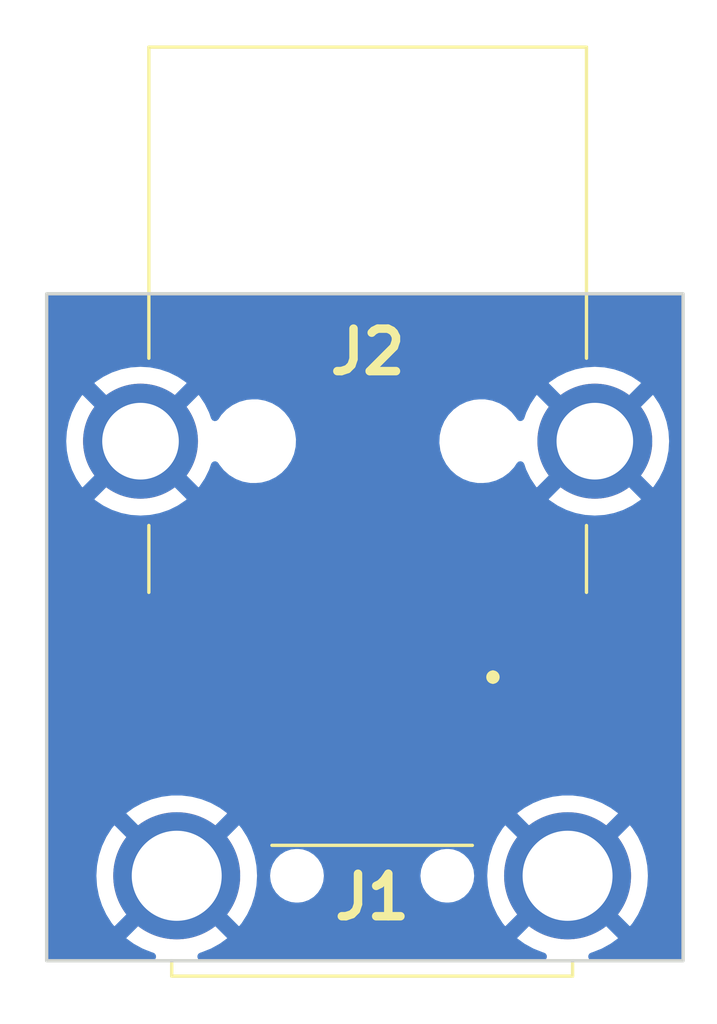
<source format=kicad_pcb>
(kicad_pcb (version 20221018) (generator pcbnew)
  (layers (0 "F.Cu" signal) (31 "B.Cu" signal) (34 "B.Paste" user) (35 "F.Paste" user) (36 "B.SilkS" user "B.Silkscreen") (37 "F.SilkS" user "F.Silkscreen") (38 "B.Mask" user) (39 "F.Mask" user) (44 "Edge.Cuts" user))
  (net 0 "")
  (net 1 "/A1")
  (net 2 "/A2")
  (net 3 "/A3")
  (net 4 "/A4")
  (net 5 "/A5")
  (net 6 "/A6")
  (net 7 "/A7")
  (net 8 "/A8")
  (net 9 "/A9")
  (net 10 "/GND")
  (footprint "mouser:692122030100" (layer "F.Cu") (at 157.818 98.641 180)
    (fp_text reference "J2" (at 0 2.669) (layer "F.SilkS") (effects (font (size 1.27 1.27) (thickness 0.254))))
    (fp_text value "692122030100" hide)
    (fp_line (start -6.55 -4.52) (end -6.55 -2.52) (stroke (width 0.1)) (layer "F.SilkS"))
    (fp_line (start -6.55 2.479) (end -6.55 11.78) (stroke (width 0.1)) (layer "F.SilkS"))
    (fp_line (start -6.55 11.78) (end 6.55 11.78) (stroke (width 0.1)) (layer "F.SilkS"))
    (fp_line (start -3.75 -7.153) (end -3.75 -7.153) (stroke (width 0.2)) (layer "F.SilkS"))
    (fp_line (start -3.75 -6.953) (end -3.75 -6.953) (stroke (width 0.2)) (layer "F.SilkS"))
    (fp_line (start 6.55 -4.52) (end 6.55 -2.52) (stroke (width 0.1)) (layer "F.SilkS"))
    (fp_line (start 6.55 11.78) (end 6.55 2.479) (stroke (width 0.1)) (layer "F.SilkS"))
    (fp_arc (start -3.75 -7.153) (mid -3.65 -7.053) (end -3.75 -6.953) (stroke (width 0.2)) (layer "F.SilkS"))
    (fp_arc (start -3.75 -6.953) (mid -3.85 -7.053) (end -3.75 -7.153) (stroke (width 0.2)) (layer "F.SilkS"))
    (pad "" np_thru_hole circle (at -3.4 0 180) (size 0.001 0.001) (drill 2) (layers "*.Cu" "*.Mask"))
    (pad "" np_thru_hole circle (at 3.4 0 180) (size 0.001 0.001) (drill 2) (layers "*.Cu" "*.Mask"))
    (pad "1" smd rect (at -3.75 -5.22 180) (size 0.9 2.6) (layers "F.Cu" "F.Paste" "F.Mask") (net 1 "/A1"))
    (pad "2" smd rect (at -1.25 -5.22 180) (size 0.9 2.6) (layers "F.Cu" "F.Paste" "F.Mask") (net 2 "/A2"))
    (pad "3" smd rect (at 1.25 -5.22 180) (size 0.9 2.6) (layers "F.Cu" "F.Paste" "F.Mask") (net 3 "/A3"))
    (pad "4" smd rect (at 3.75 -5.22 180) (size 0.9 2.6) (layers "F.Cu" "F.Paste" "F.Mask") (net 4 "/A4"))
    (pad "5" smd rect (at 5 -5.445 180) (size 0.9 2.15) (layers "F.Cu" "F.Paste" "F.Mask") (net 5 "/A5"))
    (pad "6" smd rect (at 2.5 -5.445 180) (size 0.9 2.15) (layers "F.Cu" "F.Paste" "F.Mask") (net 6 "/A6"))
    (pad "7" smd rect (at 0 -5.445 180) (size 0.9 2.15) (layers "F.Cu" "F.Paste" "F.Mask") (net 7 "/A7"))
    (pad "8" smd rect (at -2.5 -5.445 180) (size 0.9 2.15) (layers "F.Cu" "F.Paste" "F.Mask") (net 8 "/A8"))
    (pad "9" smd rect (at -5 -5.445 180) (size 0.9 2.15) (layers "F.Cu" "F.Paste" "F.Mask") (net 9 "/A9"))
    (pad "MH1" thru_hole circle (at -6.8 0 180) (size 3.438 3.438) (drill 2.2922) (layers "*.Cu" "*.Mask") (net 10 "/GND"))
    (pad "MH2" thru_hole circle (at 6.8 0 180) (size 3.438 3.438) (drill 2.2922) (layers "*.Cu" "*.Mask") (net 10 "/GND"))
  )
  (footprint "mouser:692112030100-fixed" (layer "F.Cu") (at 157.952 111.458)
    (fp_text reference "J1" (at 0 0.81) (layer "F.SilkS") (effects (font (size 1.27 1.27) (thickness 0.254))))
    (fp_text value "692112030100" hide)
    (fp_line (start -6 2.715) (end -6 3.175) (stroke (width 0.1)) (layer "F.SilkS"))
    (fp_line (start -6 3.175) (end 6 3.175) (stroke (width 0.1)) (layer "F.SilkS"))
    (fp_line (start -3 -0.735) (end 3 -0.735) (stroke (width 0.1)) (layer "F.SilkS"))
    (fp_line (start 6 3.175) (end 6 2.715) (stroke (width 0.1)) (layer "F.SilkS"))
    (pad "" np_thru_hole circle (at -2.25 0.175) (size 0.001 0.001) (drill 1.1) (layers "*.Cu" "*.Mask"))
    (pad "" np_thru_hole circle (at 2.25 0.175) (size 0.001 0.001) (drill 1.1) (layers "*.Cu" "*.Mask"))
    (pad "1" smd rect (at 3 -2.275) (size 0.7 1.8) (layers "F.Cu" "F.Paste" "F.Mask") (net 1 "/A1"))
    (pad "2" smd rect (at 1 -2.275) (size 0.7 1.8) (layers "F.Cu" "F.Paste" "F.Mask") (net 2 "/A2"))
    (pad "3" smd rect (at -1 -2.275) (size 0.7 1.8) (layers "F.Cu" "F.Paste" "F.Mask") (net 3 "/A3"))
    (pad "4" smd rect (at -3 -2.275) (size 0.7 1.8) (layers "F.Cu" "F.Paste" "F.Mask") (net 4 "/A4"))
    (pad "5" smd rect (at -4 -2.275) (size 0.7 1.8) (layers "F.Cu" "F.Paste" "F.Mask") (net 5 "/A5"))
    (pad "6" smd rect (at -2 -2.275) (size 0.7 1.8) (layers "F.Cu" "F.Paste" "F.Mask") (net 6 "/A6"))
    (pad "7" smd rect (at 0 -2.275) (size 0.7 1.8) (layers "F.Cu" "F.Paste" "F.Mask") (net 7 "/A7"))
    (pad "8" smd rect (at 2 -2.275) (size 0.7 1.8) (layers "F.Cu" "F.Paste" "F.Mask") (net 8 "/A8"))
    (pad "9" smd rect (at 4 -2.275) (size 0.7 1.8) (layers "F.Cu" "F.Paste" "F.Mask") (net 9 "/A9"))
    (pad "10" thru_hole circle (at -5.85 0.175) (size 3.8 3.8) (drill 2.6926) (layers "*.Cu" "*.Mask") (net 10 "/GND"))
    (pad "11" thru_hole circle (at 5.85 0.175) (size 3.8 3.8) (drill 2.6926) (layers "*.Cu" "*.Mask") (net 10 "/GND"))
  )
  (gr_rect (start 148.209 94.234) (end 167.259 114.173) (stroke (width 0.1)) (fill none) (layer "Edge.Cuts"))
  (segment (start 161.568 105.411) (end 160.952 106.027) (width 0.8) (layer "F.Cu") (net 1))
  (segment (start 160.952 106.027) (end 160.952 109.183) (width 0.8) (layer "F.Cu") (net 1))
  (segment (start 161.568 103.861) (end 161.568 105.411) (width 0.8) (layer "F.Cu") (net 1))
  (segment (start 159.068 103.861) (end 159.068 109.067) (width 0.25) (layer "F.Cu") (net 2))
  (segment (start 159.068 109.067) (end 158.952 109.183) (width 0.25) (layer "F.Cu") (net 2))
  (segment (start 156.568 103.861) (end 156.952 104.245) (width 0.25) (layer "F.Cu") (net 3))
  (segment (start 156.952 104.245) (end 156.952 109.183) (width 0.25) (layer "F.Cu") (net 3))
  (segment (start 154.952 109.183) (end 154.952 107.437) (width 0.8) (layer "F.Cu") (net 4))
  (segment (start 154.068 103.861) (end 154.068 106.553) (width 0.8) (layer "F.Cu") (net 4))
  (segment (start 154.952 107.437) (end 154.068 106.553) (width 0.8) (layer "F.Cu") (net 4))
  (segment (start 152.818 108.049) (end 153.952 109.183) (width 0.25) (layer "F.Cu") (net 5))
  (segment (start 152.818 104.086) (end 152.818 108.049) (width 0.25) (layer "F.Cu") (net 5))
  (segment (start 155.952 106.045) (end 155.952 109.183) (width 0.25) (layer "F.Cu") (net 6))
  (segment (start 155.318 105.411) (end 155.952 106.045) (width 0.25) (layer "F.Cu") (net 6))
  (segment (start 155.318 104.086) (end 155.318 105.411) (width 0.25) (layer "F.Cu") (net 6))
  (segment (start 157.818 104.086) (end 157.818 109.049) (width 0.25) (layer "F.Cu") (net 7))
  (segment (start 157.818 109.049) (end 157.952 109.183) (width 0.25) (layer "F.Cu") (net 7))
  (segment (start 159.952 104.452) (end 160.318 104.086) (width 0.25) (layer "F.Cu") (net 8))
  (segment (start 159.952 109.183) (end 159.952 104.452) (width 0.25) (layer "F.Cu") (net 8))
  (segment (start 162.818 108.317) (end 161.952 109.183) (width 0.25) (layer "F.Cu") (net 9))
  (segment (start 162.818 104.086) (end 162.818 108.317) (width 0.25) (layer "F.Cu") (net 9))
  (zone (net 10) (net_name "/GND") (layer "B.Cu") (connect_pads (clearance 0.5)) (min_thickness 0.25) (fill yes (thermal_gap 0.5) (thermal_bridge_width 0.5))
    (polygon (pts (xy 168.275 93.599) (xy 168.275 116.078) (xy 146.812 116.078) (xy 147.447 93.599)))
  )
)
</source>
